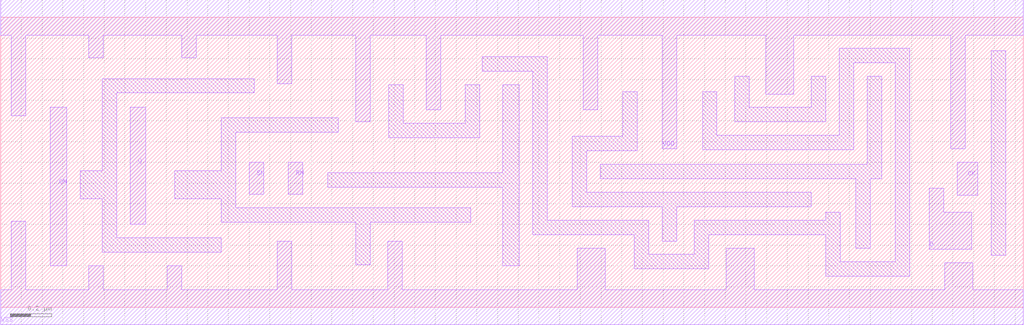
<source format=lef>
# 
# ******************************************************************************
# *                                                                            *
# *                   Copyright (C) 2004-2010, Nangate Inc.                    *
# *                           All rights reserved.                             *
# *                                                                            *
# * Nangate and the Nangate logo are trademarks of Nangate Inc.                *
# *                                                                            *
# * All trademarks, logos, software marks, and trade names (collectively the   *
# * "Marks") in this program are proprietary to Nangate or other respective    *
# * owners that have granted Nangate the right and license to use such Marks.  *
# * You are not permitted to use the Marks without the prior written consent   *
# * of Nangate or such third party that may own the Marks.                     *
# *                                                                            *
# * This file has been provided pursuant to a License Agreement containing     *
# * restrictions on its use. This file contains valuable trade secrets and     *
# * proprietary information of Nangate Inc., and is protected by U.S. and      *
# * international laws and/or treaties.                                        *
# *                                                                            *
# * The copyright notice(s) in this file does not indicate actual or intended  *
# * publication of this file.                                                  *
# *                                                                            *
# *     NGLibraryCreator, v2010.08-HR32-SP3-2010-08-05 - build 1009061800      *
# *                                                                            *
# ******************************************************************************
# 
# 
# Running on brazil06.nangate.com.br for user Giancarlo Franciscatto (gfr).
# Local time is now Fri, 3 Dec 2010, 19:32:18.
# Main process id is 27821.

VERSION 5.6 ;
BUSBITCHARS "[]" ;
DIVIDERCHAR "/" ;

MACRO DFFRS_X2
  CLASS core ;
  FOREIGN DFFRS_X2 0.0 0.0 ;
  ORIGIN 0 0 ;
  SYMMETRY X Y ;
  SITE FreePDK45_38x28_10R_NP_162NW_34O ;
  SIZE 4.94 BY 1.4 ;
  PIN D
    DIRECTION INPUT ;
    ANTENNAPARTIALMETALAREA 0.04495 LAYER metal1 ;
    ANTENNAPARTIALMETALSIDEAREA 0.13 LAYER metal1 ;
    ANTENNAGATEAREA 0.03475 ;
    PORT
      LAYER metal1 ;
        POLYGON 4.485 0.28 4.69 0.28 4.69 0.46 4.555 0.46 4.555 0.575 4.485 0.575  ;
    END
  END D
  PIN RN
    DIRECTION INPUT ;
    ANTENNAPARTIALMETALAREA 0.01085 LAYER metal1 ;
    ANTENNAPARTIALMETALSIDEAREA 0.0585 LAYER metal1 ;
    ANTENNAGATEAREA 0.04875 ;
    PORT
      LAYER metal1 ;
        POLYGON 1.39 0.545 1.46 0.545 1.46 0.7 1.39 0.7  ;
    END
  END RN
  PIN SN
    DIRECTION INPUT ;
    ANTENNAPARTIALMETALAREA 0.01085 LAYER metal1 ;
    ANTENNAPARTIALMETALSIDEAREA 0.0585 LAYER metal1 ;
    ANTENNAGATEAREA 0.075 ;
    PORT
      LAYER metal1 ;
        POLYGON 1.2 0.545 1.27 0.545 1.27 0.7 1.2 0.7  ;
    END
  END SN
  PIN CK
    DIRECTION INPUT ;
    ANTENNAPARTIALMETALAREA 0.016 LAYER metal1 ;
    ANTENNAPARTIALMETALSIDEAREA 0.0676 LAYER metal1 ;
    ANTENNAGATEAREA 0.02625 ;
    PORT
      LAYER metal1 ;
        POLYGON 4.62 0.54 4.72 0.54 4.72 0.7 4.62 0.7  ;
    END
  END CK
  PIN Q
    DIRECTION OUTPUT ;
    ANTENNAPARTIALMETALAREA 0.042375 LAYER metal1 ;
    ANTENNAPARTIALMETALSIDEAREA 0.1664 LAYER metal1 ;
    ANTENNADIFFAREA 0.1463 ;
    PORT
      LAYER metal1 ;
        POLYGON 0.625 0.4 0.7 0.4 0.7 0.965 0.625 0.965  ;
    END
  END Q
  PIN QN
    DIRECTION OUTPUT ;
    ANTENNAPARTIALMETALAREA 0.0612 LAYER metal1 ;
    ANTENNAPARTIALMETALSIDEAREA 0.2197 LAYER metal1 ;
    ANTENNADIFFAREA 0.1463 ;
    PORT
      LAYER metal1 ;
        POLYGON 0.24 0.2 0.32 0.2 0.32 0.965 0.24 0.965  ;
    END
  END QN
  PIN VDD
    DIRECTION INOUT ;
    USE power ;
    SHAPE ABUTMENT ;
    PORT
      LAYER metal1 ;
        POLYGON 0 1.315 0.05 1.315 0.05 0.925 0.12 0.925 0.12 1.315 0.425 1.315 0.425 1.205 0.495 1.205 0.495 1.315 0.875 1.315 0.875 1.205 0.945 1.205 0.945 1.315 1.225 1.315 1.335 1.315 1.335 1.08 1.405 1.08 1.405 1.315 1.715 1.315 1.715 0.895 1.785 0.895 1.785 1.315 2.055 1.315 2.055 0.955 2.125 0.955 2.125 1.315 2.315 1.315 2.815 1.315 2.815 0.955 2.885 0.955 2.885 1.315 3.195 1.315 3.195 0.765 3.265 0.765 3.265 1.315 3.695 1.315 3.695 1.03 3.83 1.03 3.83 1.315 3.985 1.315 4.39 1.315 4.59 1.315 4.59 0.765 4.66 0.765 4.66 1.315 4.855 1.315 4.94 1.315 4.94 1.485 4.855 1.485 4.39 1.485 3.985 1.485 2.315 1.485 1.225 1.485 0 1.485  ;
    END
  END VDD
  PIN VSS
    DIRECTION INOUT ;
    USE ground ;
    SHAPE ABUTMENT ;
    PORT
      LAYER metal1 ;
        POLYGON 0 -0.085 4.94 -0.085 4.94 0.085 4.695 0.085 4.695 0.215 4.56 0.215 4.56 0.085 3.64 0.085 3.64 0.285 3.505 0.285 3.505 0.085 2.92 0.085 2.92 0.285 2.785 0.285 2.785 0.085 1.94 0.085 1.94 0.32 1.87 0.32 1.87 0.085 1.405 0.085 1.405 0.32 1.335 0.32 1.335 0.085 0.875 0.085 0.875 0.2 0.805 0.2 0.805 0.085 0.495 0.085 0.495 0.2 0.425 0.2 0.425 0.085 0.12 0.085 0.12 0.415 0.05 0.415 0.05 0.085 0 0.085  ;
    END
  END VSS
  OBS
      LAYER metal1 ;
        POLYGON 0.56 1.035 1.225 1.035 1.225 1.105 0.49 1.105 0.49 0.66 0.385 0.66 0.385 0.525 0.49 0.525 0.49 0.265 1.065 0.265 1.065 0.335 0.56 0.335  ;
        POLYGON 0.84 0.525 1.065 0.525 1.065 0.41 1.715 0.41 1.715 0.205 1.785 0.205 1.785 0.41 2.27 0.41 2.27 0.48 1.135 0.48 1.135 0.845 1.63 0.845 1.63 0.915 1.065 0.915 1.065 0.66 0.84 0.66  ;
        POLYGON 1.875 0.82 2.315 0.82 2.315 1.075 2.245 1.075 2.245 0.89 1.945 0.89 1.945 1.075 1.875 1.075  ;
        POLYGON 1.58 0.58 2.425 0.58 2.425 0.2 2.505 0.2 2.505 1.075 2.425 1.075 2.425 0.65 1.58 0.65  ;
        POLYGON 2.76 0.485 3.195 0.485 3.195 0.32 3.265 0.32 3.265 0.485 3.915 0.485 3.915 0.555 2.83 0.555 2.83 0.755 3.075 0.755 3.075 1.04 3.005 1.04 3.005 0.825 2.76 0.825  ;
        POLYGON 3.545 0.895 3.985 0.895 3.985 1.115 3.915 1.115 3.915 0.965 3.615 0.965 3.615 1.115 3.545 1.115  ;
        POLYGON 2.895 0.62 4.13 0.62 4.13 0.285 4.2 0.285 4.2 0.62 4.255 0.62 4.255 1.115 4.185 1.115 4.185 0.69 2.895 0.69  ;
        POLYGON 3.39 0.76 4.12 0.76 4.12 1.18 4.32 1.18 4.32 0.22 4.055 0.22 4.055 0.46 3.985 0.46 3.985 0.42 3.35 0.42 3.35 0.255 3.13 0.255 3.13 0.42 2.64 0.42 2.64 1.21 2.325 1.21 2.325 1.14 2.57 1.14 2.57 0.35 3.06 0.35 3.06 0.185 3.42 0.185 3.42 0.35 3.985 0.35 3.985 0.15 4.39 0.15 4.39 1.25 4.05 1.25 4.05 0.83 3.46 0.83 3.46 1.04 3.39 1.04  ;
        POLYGON 4.785 0.25 4.855 0.25 4.855 1.24 4.785 1.24  ;
  END
END DFFRS_X2

END LIBRARY
#
# End of file
#

</source>
